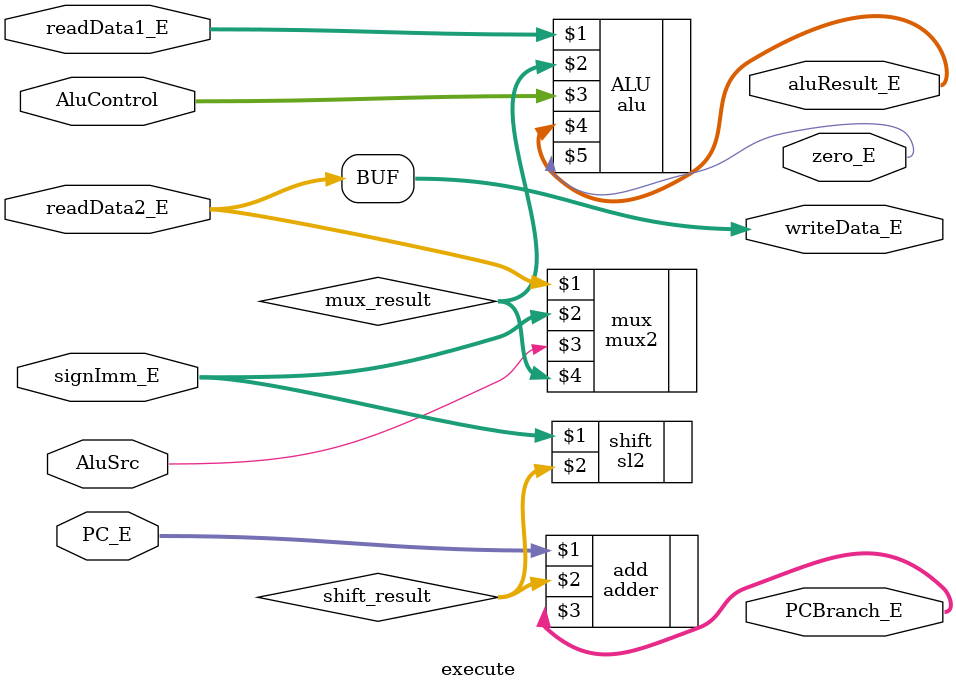
<source format=sv>
module execute #(parameter N = 64)
					(input logic AluSrc,
                input logic [3:0] AluControl,
					 input logic [N-1:0] PC_E,signImm_E, readData1_E, readData2_E,
					 output logic zero_E,
					 output logic [N-1:0] PCBranch_E, aluResult_E, writeData_E);
	logic [N-1:0] shift_result, mux_result;
	sl2 shift(signImm_E, shift_result);
	mux2 mux(readData2_E, signImm_E, AluSrc, mux_result);
	adder add(PC_E, shift_result, PCBranch_E);
	alu ALU(readData1_E, mux_result, AluControl, aluResult_E, zero_E);
	assign writeData_E = readData2_E;
endmodule
</source>
